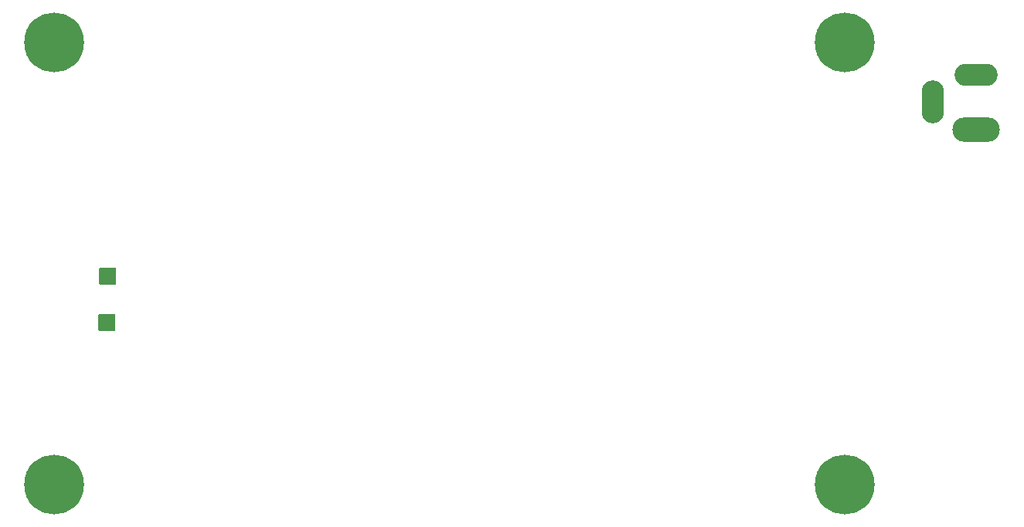
<source format=gbs>
G04 #@! TF.GenerationSoftware,KiCad,Pcbnew,6.0.10-86aedd382b~118~ubuntu18.04.1*
G04 #@! TF.CreationDate,2024-12-31T19:53:44-07:00*
G04 #@! TF.ProjectId,ckt-iiab-test,636b742d-6969-4616-922d-746573742e6b,rev?*
G04 #@! TF.SameCoordinates,Original*
G04 #@! TF.FileFunction,Soldermask,Bot*
G04 #@! TF.FilePolarity,Negative*
%FSLAX46Y46*%
G04 Gerber Fmt 4.6, Leading zero omitted, Abs format (unit mm)*
G04 Created by KiCad (PCBNEW 6.0.10-86aedd382b~118~ubuntu18.04.1) date 2024-12-31 19:53:44*
%MOMM*%
%LPD*%
G01*
G04 APERTURE LIST*
%ADD10C,6.552400*%
%ADD11O,5.204000X2.704000*%
%ADD12O,4.704000X2.454000*%
%ADD13O,2.454000X4.704000*%
G04 APERTURE END LIST*
D10*
X168402000Y-118872000D03*
X168402000Y-70358000D03*
X81788000Y-118872000D03*
X81788000Y-70358000D03*
D11*
X182753000Y-79906000D03*
D12*
X182753000Y-73906000D03*
D13*
X178053000Y-76906000D03*
G36*
G01*
X86623790Y-101942000D02*
X86623790Y-100242000D01*
G75*
G02*
X86699990Y-100165800I76200J0D01*
G01*
X88399990Y-100165800D01*
G75*
G02*
X88476190Y-100242000I0J-76200D01*
G01*
X88476190Y-101942000D01*
G75*
G02*
X88399990Y-102018200I-76200J0D01*
G01*
X86699990Y-102018200D01*
G75*
G02*
X86623790Y-101942000I0J76200D01*
G01*
G37*
G36*
G01*
X86703800Y-96862000D02*
X86703800Y-95162000D01*
G75*
G02*
X86780000Y-95085800I76200J0D01*
G01*
X88480000Y-95085800D01*
G75*
G02*
X88556200Y-95162000I0J-76200D01*
G01*
X88556200Y-96862000D01*
G75*
G02*
X88480000Y-96938200I-76200J0D01*
G01*
X86780000Y-96938200D01*
G75*
G02*
X86703800Y-96862000I0J76200D01*
G01*
G37*
M02*

</source>
